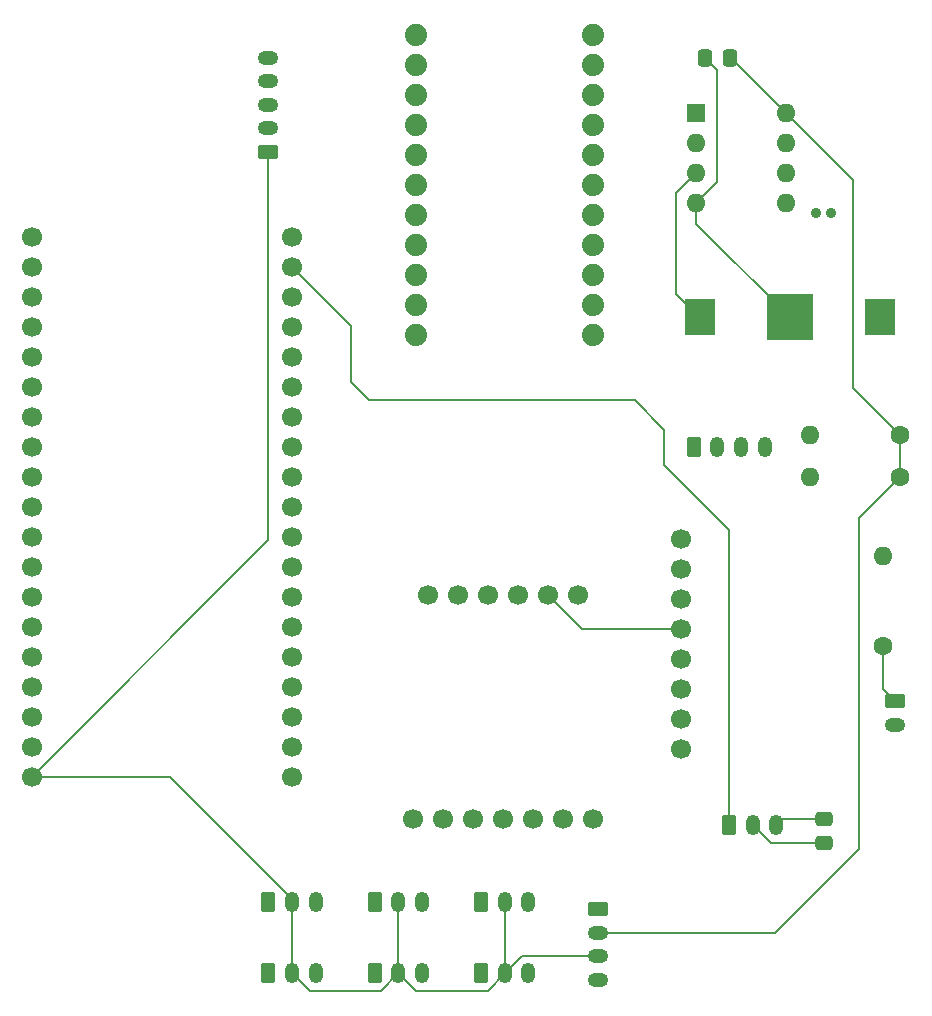
<source format=gbr>
%TF.GenerationSoftware,KiCad,Pcbnew,8.0.5*%
%TF.CreationDate,2025-03-06T00:48:24-05:00*%
%TF.ProjectId,CanSat_Sensor_Board,43616e53-6174-45f5-9365-6e736f725f42,rev?*%
%TF.SameCoordinates,Original*%
%TF.FileFunction,Copper,L1,Top*%
%TF.FilePolarity,Positive*%
%FSLAX46Y46*%
G04 Gerber Fmt 4.6, Leading zero omitted, Abs format (unit mm)*
G04 Created by KiCad (PCBNEW 8.0.5) date 2025-03-06 00:48:24*
%MOMM*%
%LPD*%
G01*
G04 APERTURE LIST*
G04 Aperture macros list*
%AMRoundRect*
0 Rectangle with rounded corners*
0 $1 Rounding radius*
0 $2 $3 $4 $5 $6 $7 $8 $9 X,Y pos of 4 corners*
0 Add a 4 corners polygon primitive as box body*
4,1,4,$2,$3,$4,$5,$6,$7,$8,$9,$2,$3,0*
0 Add four circle primitives for the rounded corners*
1,1,$1+$1,$2,$3*
1,1,$1+$1,$4,$5*
1,1,$1+$1,$6,$7*
1,1,$1+$1,$8,$9*
0 Add four rect primitives between the rounded corners*
20,1,$1+$1,$2,$3,$4,$5,0*
20,1,$1+$1,$4,$5,$6,$7,0*
20,1,$1+$1,$6,$7,$8,$9,0*
20,1,$1+$1,$8,$9,$2,$3,0*%
G04 Aperture macros list end*
%TA.AperFunction,ComponentPad*%
%ADD10C,1.600000*%
%TD*%
%TA.AperFunction,ComponentPad*%
%ADD11O,1.600000X1.600000*%
%TD*%
%TA.AperFunction,ComponentPad*%
%ADD12RoundRect,0.250000X-0.350000X-0.625000X0.350000X-0.625000X0.350000X0.625000X-0.350000X0.625000X0*%
%TD*%
%TA.AperFunction,ComponentPad*%
%ADD13O,1.200000X1.750000*%
%TD*%
%TA.AperFunction,ComponentPad*%
%ADD14C,1.879600*%
%TD*%
%TA.AperFunction,ComponentPad*%
%ADD15C,0.910000*%
%TD*%
%TA.AperFunction,ComponentPad*%
%ADD16C,1.700000*%
%TD*%
%TA.AperFunction,SMDPad,CuDef*%
%ADD17RoundRect,0.250000X-0.475000X0.337500X-0.475000X-0.337500X0.475000X-0.337500X0.475000X0.337500X0*%
%TD*%
%TA.AperFunction,SMDPad,CuDef*%
%ADD18R,3.960000X3.960000*%
%TD*%
%TA.AperFunction,SMDPad,CuDef*%
%ADD19R,2.540000X3.170000*%
%TD*%
%TA.AperFunction,ComponentPad*%
%ADD20RoundRect,0.250000X0.625000X-0.350000X0.625000X0.350000X-0.625000X0.350000X-0.625000X-0.350000X0*%
%TD*%
%TA.AperFunction,ComponentPad*%
%ADD21O,1.750000X1.200000*%
%TD*%
%TA.AperFunction,SMDPad,CuDef*%
%ADD22RoundRect,0.250000X-0.337500X-0.475000X0.337500X-0.475000X0.337500X0.475000X-0.337500X0.475000X0*%
%TD*%
%TA.AperFunction,ComponentPad*%
%ADD23RoundRect,0.250000X-0.625000X0.350000X-0.625000X-0.350000X0.625000X-0.350000X0.625000X0.350000X0*%
%TD*%
%TA.AperFunction,ComponentPad*%
%ADD24R,1.600000X1.600000*%
%TD*%
%TA.AperFunction,Conductor*%
%ADD25C,0.200000*%
%TD*%
G04 APERTURE END LIST*
D10*
%TO.P,2.2k\u03A9R1,1*%
%TO.N,+5V*%
X187000000Y-97000000D03*
D11*
%TO.P,2.2k\u03A9R1,2*%
%TO.N,Net-(DS1307+1-SDA)*%
X179380000Y-97000000D03*
%TD*%
D12*
%TO.P,CPL1,1,Pin_1*%
%TO.N,GND*%
X133500000Y-139000000D03*
D13*
%TO.P,CPL1,2,Pin_2*%
%TO.N,+7.4V*%
X135500000Y-139000000D03*
%TO.P,CPL1,3,Pin_3*%
%TO.N,Net-(CPL1-Pin_3)*%
X137500000Y-139000000D03*
%TD*%
D14*
%TO.P,XBeeProSB3,JP5_1,GND*%
%TO.N,GND*%
X146014000Y-85000000D03*
%TO.P,XBeeProSB3,JP5_2,DTR*%
%TO.N,unconnected-(XBeeProSB3-DTR-PadJP5_2)*%
X146014000Y-82460000D03*
%TO.P,XBeeProSB3,JP5_3,RES1*%
%TO.N,unconnected-(XBeeProSB3-RES1-PadJP5_3)*%
X146014000Y-79920000D03*
%TO.P,XBeeProSB3,JP5_4,DIO11*%
%TO.N,unconnected-(XBeeProSB3-DIO11-PadJP5_4)*%
X146014000Y-77380000D03*
%TO.P,XBeeProSB3,JP5_5,RSSI*%
%TO.N,unconnected-(XBeeProSB3-RSSI-PadJP5_5)*%
X146014000Y-74840000D03*
%TO.P,XBeeProSB3,JP5_6,RESET*%
%TO.N,unconnected-(XBeeProSB3-RESET-PadJP5_6)*%
X146014000Y-72300000D03*
%TO.P,XBeeProSB3,JP5_7,DIO12*%
%TO.N,unconnected-(XBeeProSB3-DIO12-PadJP5_7)*%
X146014000Y-69760000D03*
%TO.P,XBeeProSB3,JP5_8,DIN*%
%TO.N,Net-(ESP32-IO17)*%
X146014000Y-67220000D03*
%TO.P,XBeeProSB3,JP5_9,DOUT*%
%TO.N,Net-(ESP32-IO16)*%
X146014000Y-64680000D03*
%TO.P,XBeeProSB3,JP5_10,3.3V*%
%TO.N,+3.3V*%
X146014000Y-62140000D03*
%TO.P,XBeeProSB3,JP5_11,GND*%
%TO.N,GND*%
X146014000Y-59600000D03*
%TO.P,XBeeProSB3,JP6_1,DIO0*%
%TO.N,unconnected-(XBeeProSB3-DIO0-PadJP6_1)*%
X161000000Y-59600000D03*
%TO.P,XBeeProSB3,JP6_2,DIO1*%
%TO.N,unconnected-(XBeeProSB3-DIO1-PadJP6_2)*%
X161000000Y-62140000D03*
%TO.P,XBeeProSB3,JP6_3,DIO2*%
%TO.N,unconnected-(XBeeProSB3-DIO2-PadJP6_3)*%
X161000000Y-64680000D03*
%TO.P,XBeeProSB3,JP6_4,DIO3*%
%TO.N,unconnected-(XBeeProSB3-DIO3-PadJP6_4)*%
X161000000Y-67220000D03*
%TO.P,XBeeProSB3,JP6_5,RTS*%
%TO.N,unconnected-(XBeeProSB3-RTS-PadJP6_5)*%
X161000000Y-69760000D03*
%TO.P,XBeeProSB3,JP6_6,DIO5*%
%TO.N,unconnected-(XBeeProSB3-DIO5-PadJP6_6)*%
X161000000Y-72300000D03*
%TO.P,XBeeProSB3,JP6_7,RES2*%
%TO.N,unconnected-(XBeeProSB3-RES2-PadJP6_7)*%
X161000000Y-74840000D03*
%TO.P,XBeeProSB3,JP6_8,DIO9*%
%TO.N,unconnected-(XBeeProSB3-DIO9-PadJP6_8)*%
X161000000Y-77380000D03*
%TO.P,XBeeProSB3,JP6_9,CTS*%
%TO.N,unconnected-(XBeeProSB3-CTS-PadJP6_9)*%
X161000000Y-79920000D03*
%TO.P,XBeeProSB3,JP6_10,DIO4*%
%TO.N,unconnected-(XBeeProSB3-DIO4-PadJP6_10)*%
X161000000Y-82460000D03*
%TO.P,XBeeProSB3,JP6_11,5V*%
%TO.N,unconnected-(XBeeProSB3-5V-PadJP6_11)*%
X161000000Y-85000000D03*
%TD*%
D15*
%TO.P,32.768KHzY1,1*%
%TO.N,Net-(DS1307+1-X1)*%
X181135000Y-74672500D03*
%TO.P,32.768KHzY1,2*%
%TO.N,Net-(DS1307+1-X2)*%
X179865000Y-74672500D03*
%TD*%
D16*
%TO.P,Temp&Pressure1,1,Pin_1*%
%TO.N,+3.3V*%
X145760000Y-126000000D03*
%TO.P,Temp&Pressure1,2,Pin_2*%
%TO.N,unconnected-(Temp&Pressure1-Pin_2-Pad2)*%
X148300000Y-126000000D03*
%TO.P,Temp&Pressure1,3,Pin_3*%
%TO.N,GND*%
X150840000Y-126000000D03*
%TO.P,Temp&Pressure1,4,Pin_4*%
%TO.N,Net-(DS1307+1-SCL)*%
X153380000Y-126000000D03*
%TO.P,Temp&Pressure1,5,Pin_5*%
%TO.N,unconnected-(Temp&Pressure1-Pin_5-Pad5)*%
X155920000Y-126000000D03*
%TO.P,Temp&Pressure1,6,Pin_6*%
%TO.N,Net-(DS1307+1-SDA)*%
X158460000Y-126000000D03*
%TO.P,Temp&Pressure1,7,Pin_7*%
%TO.N,unconnected-(Temp&Pressure1-Pin_7-Pad7)*%
X161000000Y-126000000D03*
%TD*%
D12*
%TO.P,Camera1,1,Pin_1*%
%TO.N,GND*%
X133500000Y-133000000D03*
D13*
%TO.P,Camera1,2,Pin_2*%
%TO.N,+7.4V*%
X135500000Y-133000000D03*
%TO.P,Camera1,3,Pin_3*%
%TO.N,Net-(Camera1-Pin_3)*%
X137500000Y-133000000D03*
%TD*%
D17*
%TO.P,0.1uF1,1*%
%TO.N,+3.3V*%
X180500000Y-125962500D03*
%TO.P,0.1uF1,2*%
%TO.N,GND*%
X180500000Y-128037500D03*
%TD*%
D12*
%TO.P,GPS1,1,Pin_1*%
%TO.N,GND*%
X169500000Y-94500000D03*
D13*
%TO.P,GPS1,2,Pin_2*%
%TO.N,Net-(ESP32-RXD0)*%
X171500000Y-94500000D03*
%TO.P,GPS1,3,Pin_3*%
%TO.N,Net-(ESP32-TXD0)*%
X173500000Y-94500000D03*
%TO.P,GPS1,4,Pin_4*%
%TO.N,+3.3V*%
X175500000Y-94500000D03*
%TD*%
D12*
%TO.P,CPL3,1,Pin_1*%
%TO.N,GND*%
X151500000Y-139050000D03*
D13*
%TO.P,CPL3,2,Pin_2*%
%TO.N,+7.4V*%
X153500000Y-139050000D03*
%TO.P,CPL3,3,Pin_3*%
%TO.N,Net-(CPL3-Pin_3)*%
X155500000Y-139050000D03*
%TD*%
D18*
%TO.P,Battery1,N*%
%TO.N,GND*%
X177620000Y-83500000D03*
D19*
%TO.P,Battery1,P1*%
%TO.N,unconnected-(Battery1-PadP1)*%
X185240000Y-83500000D03*
%TO.P,Battery1,P2*%
%TO.N,Net-(DS1307+1-VBAT)*%
X170000000Y-83500000D03*
%TD*%
D20*
%TO.P,Cameras1&2,1,Pin_1*%
%TO.N,+7.4V*%
X133500000Y-69500000D03*
D21*
%TO.P,Cameras1&2,2,Pin_2*%
%TO.N,Net-(Cameras1&2-Pin_2)*%
X133500000Y-67500000D03*
%TO.P,Cameras1&2,3,Pin_3*%
%TO.N,Net-(Cameras1&2-Pin_3)*%
X133500000Y-65500000D03*
%TO.P,Cameras1&2,4,Pin_4*%
%TO.N,Net-(Cameras1&2-Pin_4)*%
X133500000Y-63500000D03*
%TO.P,Cameras1&2,5,Pin_5*%
%TO.N,GND*%
X133500000Y-61500000D03*
%TD*%
D10*
%TO.P,2.2k\u03A9R2,1*%
%TO.N,+5V*%
X187000000Y-93500000D03*
D11*
%TO.P,2.2k\u03A9R2,2*%
%TO.N,Net-(DS1307+1-SCL)*%
X179380000Y-93500000D03*
%TD*%
D12*
%TO.P,CPL2,1,Pin_1*%
%TO.N,GND*%
X142500000Y-139050000D03*
D13*
%TO.P,CPL2,2,Pin_2*%
%TO.N,+7.4V*%
X144500000Y-139050000D03*
%TO.P,CPL2,3,Pin_3*%
%TO.N,Net-(CPL2-Pin_3)*%
X146500000Y-139050000D03*
%TD*%
D10*
%TO.P,100\u03A9R1,1*%
%TO.N,Net-(PowerIndicator1-Pin_1)*%
X185500000Y-111310000D03*
D11*
%TO.P,100\u03A9R1,2*%
%TO.N,+3.3V*%
X185500000Y-103690000D03*
%TD*%
D12*
%TO.P,HallEffectSensor1,1,Pin_1*%
%TO.N,Net-(ESP32-IO23)*%
X172500000Y-126500000D03*
D13*
%TO.P,HallEffectSensor1,2,Pin_2*%
%TO.N,GND*%
X174500000Y-126500000D03*
%TO.P,HallEffectSensor1,3,Pin_3*%
%TO.N,+3.3V*%
X176500000Y-126500000D03*
%TD*%
D22*
%TO.P,0.1uF2,1*%
%TO.N,GND*%
X170462500Y-61500000D03*
%TO.P,0.1uF2,2*%
%TO.N,+5V*%
X172537500Y-61500000D03*
%TD*%
D12*
%TO.P,Fin1,1,Pin_1*%
%TO.N,GND*%
X142500000Y-133000000D03*
D13*
%TO.P,Fin1,2,Pin_2*%
%TO.N,+7.4V*%
X144500000Y-133000000D03*
%TO.P,Fin1,3,Pin_3*%
%TO.N,Net-(ESP32-IO15)*%
X146500000Y-133000000D03*
%TD*%
D23*
%TO.P,PowerIndicator1,1,Pin_1*%
%TO.N,Net-(PowerIndicator1-Pin_1)*%
X186550000Y-116000000D03*
D21*
%TO.P,PowerIndicator1,2,Pin_2*%
%TO.N,GND*%
X186550000Y-118000000D03*
%TD*%
D23*
%TO.P,Power1,1,Pin_1*%
%TO.N,+3.3V*%
X161400000Y-133600000D03*
D21*
%TO.P,Power1,2,Pin_2*%
%TO.N,+5V*%
X161400000Y-135600000D03*
%TO.P,Power1,3,Pin_3*%
%TO.N,+7.4V*%
X161400000Y-137600000D03*
%TO.P,Power1,4,Pin_4*%
%TO.N,GND*%
X161400000Y-139600000D03*
%TD*%
D24*
%TO.P,DS1307+1,1,X1*%
%TO.N,Net-(DS1307+1-X1)*%
X169700000Y-66200000D03*
D11*
%TO.P,DS1307+1,2,X2*%
%TO.N,Net-(DS1307+1-X2)*%
X169700000Y-68740000D03*
%TO.P,DS1307+1,3,VBAT*%
%TO.N,Net-(DS1307+1-VBAT)*%
X169700000Y-71280000D03*
%TO.P,DS1307+1,4,GND*%
%TO.N,GND*%
X169700000Y-73820000D03*
%TO.P,DS1307+1,5,SDA*%
%TO.N,Net-(DS1307+1-SDA)*%
X177320000Y-73820000D03*
%TO.P,DS1307+1,6,SCL*%
%TO.N,Net-(DS1307+1-SCL)*%
X177320000Y-71280000D03*
%TO.P,DS1307+1,7,SQW/OUT*%
%TO.N,unconnected-(DS1307+1-SQW{slash}OUT-Pad7)*%
X177320000Y-68740000D03*
%TO.P,DS1307+1,8,VCC*%
%TO.N,+5V*%
X177320000Y-66200000D03*
%TD*%
D12*
%TO.P,Fin2,1,Pin_1*%
%TO.N,GND*%
X151500000Y-133000000D03*
D13*
%TO.P,Fin2,2,Pin_2*%
%TO.N,+7.4V*%
X153500000Y-133000000D03*
%TO.P,Fin2,3,Pin_3*%
%TO.N,Net-(ESP32-IO4)*%
X155500000Y-133000000D03*
%TD*%
D16*
%TO.P,ESP32,J2-1,3V3*%
%TO.N,unconnected-(ESP32-3V3-PadJ2-1)*%
X113500000Y-76670000D03*
%TO.P,ESP32,J2-2,EN*%
%TO.N,unconnected-(ESP32-EN-PadJ2-2)*%
X113500000Y-79210000D03*
%TO.P,ESP32,J2-3,SENSOR_VP*%
%TO.N,unconnected-(ESP32-SENSOR_VP-PadJ2-3)*%
X113500000Y-81750000D03*
%TO.P,ESP32,J2-4,SENSOR_VN*%
%TO.N,unconnected-(ESP32-SENSOR_VN-PadJ2-4)*%
X113500000Y-84290000D03*
%TO.P,ESP32,J2-5,IO34*%
%TO.N,unconnected-(ESP32-IO34-PadJ2-5)*%
X113500000Y-86830000D03*
%TO.P,ESP32,J2-6,IO35*%
%TO.N,Net-(Cameras1&2-Pin_4)*%
X113500000Y-89370000D03*
%TO.P,ESP32,J2-7,IO32*%
%TO.N,Net-(Cameras1&2-Pin_2)*%
X113500000Y-91910000D03*
%TO.P,ESP32,J2-8,IO33*%
%TO.N,Net-(Cameras1&2-Pin_3)*%
X113500000Y-94450000D03*
%TO.P,ESP32,J2-9,IO25*%
%TO.N,unconnected-(ESP32-IO25-PadJ2-9)*%
X113500000Y-96990000D03*
%TO.P,ESP32,J2-10,IO26*%
%TO.N,unconnected-(ESP32-IO26-PadJ2-10)*%
X113500000Y-99530000D03*
%TO.P,ESP32,J2-11,IO27*%
%TO.N,Net-(Camera1-Pin_3)*%
X113500000Y-102070000D03*
%TO.P,ESP32,J2-12,IO14*%
%TO.N,Net-(CPL1-Pin_3)*%
X113500000Y-104610000D03*
%TO.P,ESP32,J2-13,IO12*%
%TO.N,Net-(CPL2-Pin_3)*%
X113500000Y-107150000D03*
%TO.P,ESP32,J2-14,GND1*%
%TO.N,GND*%
X113500000Y-109690000D03*
%TO.P,ESP32,J2-15,IO13*%
%TO.N,Net-(CPL3-Pin_3)*%
X113500000Y-112230000D03*
%TO.P,ESP32,J2-16,SD2*%
%TO.N,unconnected-(ESP32-SD2-PadJ2-16)*%
X113500000Y-114770000D03*
%TO.P,ESP32,J2-17,SD3*%
%TO.N,unconnected-(ESP32-SD3-PadJ2-17)*%
X113500000Y-117310000D03*
%TO.P,ESP32,J2-18,CMD*%
%TO.N,unconnected-(ESP32-CMD-PadJ2-18)*%
X113500000Y-119850000D03*
%TO.P,ESP32,J2-19,EXT_5V*%
%TO.N,+7.4V*%
X113500000Y-122390000D03*
%TO.P,ESP32,J3-1,GND3*%
%TO.N,GND*%
X135500000Y-76670000D03*
%TO.P,ESP32,J3-2,IO23*%
%TO.N,Net-(ESP32-IO23)*%
X135500000Y-79210000D03*
%TO.P,ESP32,J3-3,IO22*%
%TO.N,Net-(DS1307+1-SCL)*%
X135500000Y-81750000D03*
%TO.P,ESP32,J3-4,TXD0*%
%TO.N,Net-(ESP32-TXD0)*%
X135500000Y-84290000D03*
%TO.P,ESP32,J3-5,RXD0*%
%TO.N,Net-(ESP32-RXD0)*%
X135500000Y-86830000D03*
%TO.P,ESP32,J3-6,IO21*%
%TO.N,Net-(DS1307+1-SDA)*%
X135500000Y-89370000D03*
%TO.P,ESP32,J3-7,GND2*%
%TO.N,GND*%
X135500000Y-91910000D03*
%TO.P,ESP32,J3-8,IO19*%
%TO.N,unconnected-(ESP32-IO19-PadJ3-8)*%
X135500000Y-94450000D03*
%TO.P,ESP32,J3-9,IO18*%
%TO.N,unconnected-(ESP32-IO18-PadJ3-9)*%
X135500000Y-96990000D03*
%TO.P,ESP32,J3-10,IO5*%
%TO.N,unconnected-(ESP32-IO5-PadJ3-10)*%
X135500000Y-99530000D03*
%TO.P,ESP32,J3-11,IO17*%
%TO.N,Net-(ESP32-IO17)*%
X135500000Y-102070000D03*
%TO.P,ESP32,J3-12,IO16*%
%TO.N,Net-(ESP32-IO16)*%
X135500000Y-104610000D03*
%TO.P,ESP32,J3-13,IO4*%
%TO.N,Net-(ESP32-IO4)*%
X135500000Y-107150000D03*
%TO.P,ESP32,J3-14,IO0*%
%TO.N,unconnected-(ESP32-IO0-PadJ3-14)*%
X135500000Y-109690000D03*
%TO.P,ESP32,J3-15,IO2*%
%TO.N,unconnected-(ESP32-IO2-PadJ3-15)*%
X135500000Y-112230000D03*
%TO.P,ESP32,J3-16,IO15*%
%TO.N,Net-(ESP32-IO15)*%
X135500000Y-114770000D03*
%TO.P,ESP32,J3-17,SD1*%
%TO.N,unconnected-(ESP32-SD1-PadJ3-17)*%
X135500000Y-117310000D03*
%TO.P,ESP32,J3-18,SD0*%
%TO.N,unconnected-(ESP32-SD0-PadJ3-18)*%
X135500000Y-119850000D03*
%TO.P,ESP32,J3-19,CLK*%
%TO.N,unconnected-(ESP32-CLK-PadJ3-19)*%
X135500000Y-122390000D03*
%TD*%
%TO.P,Magnetometer1,1,Pin_1*%
%TO.N,+3.3V*%
X147000000Y-107000000D03*
%TO.P,Magnetometer1,2,Pin_2*%
%TO.N,unconnected-(Magnetometer1-Pin_2-Pad2)*%
X149540000Y-107000000D03*
%TO.P,Magnetometer1,3,Pin_3*%
%TO.N,GND*%
X152080000Y-107000000D03*
%TO.P,Magnetometer1,4,Pin_4*%
%TO.N,Net-(DS1307+1-SCL)*%
X154620000Y-107000000D03*
%TO.P,Magnetometer1,5,Pin_5*%
%TO.N,Net-(DS1307+1-SDA)*%
X157160000Y-107000000D03*
%TO.P,Magnetometer1,6,Pin_6*%
%TO.N,unconnected-(Magnetometer1-Pin_6-Pad6)*%
X159700000Y-107000000D03*
%TD*%
%TO.P,IMU1,8,Pin_8*%
%TO.N,unconnected-(IMU1-Pin_8-Pad8)*%
X168445000Y-120065000D03*
%TO.P,IMU1,7,Pin_7*%
%TO.N,unconnected-(IMU1-Pin_7-Pad7)*%
X168445000Y-117525000D03*
%TO.P,IMU1,6,Pin_6*%
%TO.N,unconnected-(IMU1-Pin_6-Pad6)*%
X168445000Y-114985000D03*
%TO.P,IMU1,5,Pin_5*%
%TO.N,unconnected-(IMU1-Pin_5-Pad5)*%
X168445000Y-112445000D03*
%TO.P,IMU1,4,Pin_4*%
%TO.N,Net-(DS1307+1-SDA)*%
X168445000Y-109905000D03*
%TO.P,IMU1,3,Pin_3*%
%TO.N,Net-(DS1307+1-SCL)*%
X168445000Y-107365000D03*
%TO.P,IMU1,2,Pin_2*%
%TO.N,GND*%
X168445000Y-104825000D03*
%TO.P,IMU1,1,Pin_1*%
%TO.N,+3.3V*%
X168445000Y-102285000D03*
%TD*%
D25*
%TO.N,+7.4V*%
X144500000Y-139050000D02*
X143050000Y-140500000D01*
X143050000Y-140500000D02*
X137000000Y-140500000D01*
X137000000Y-140500000D02*
X135500000Y-139000000D01*
X153500000Y-139050000D02*
X152050000Y-140500000D01*
X152050000Y-140500000D02*
X145950000Y-140500000D01*
X145950000Y-140500000D02*
X144500000Y-139050000D01*
X154775000Y-137775000D02*
X153500000Y-139050000D01*
X154950000Y-137600000D02*
X154775000Y-137775000D01*
X161400000Y-137600000D02*
X154950000Y-137600000D01*
X133500000Y-69500000D02*
X133500000Y-102390000D01*
X133500000Y-102390000D02*
X113500000Y-122390000D01*
%TO.N,GND*%
X170462500Y-61500000D02*
X171500000Y-62537500D01*
X171500000Y-62537500D02*
X171500000Y-72020000D01*
X171500000Y-72020000D02*
X169700000Y-73820000D01*
%TO.N,Net-(DS1307+1-SDA)*%
X168445000Y-109905000D02*
X160065000Y-109905000D01*
X160065000Y-109905000D02*
X157160000Y-107000000D01*
%TO.N,+5V*%
X187000000Y-93500000D02*
X183000000Y-89500000D01*
X183000000Y-89500000D02*
X183000000Y-71880000D01*
X183000000Y-71880000D02*
X177320000Y-66200000D01*
X187000000Y-97000000D02*
X187000000Y-93500000D01*
X183500000Y-100500000D02*
X187000000Y-97000000D01*
X161400000Y-135600000D02*
X176400000Y-135600000D01*
X176400000Y-135600000D02*
X183500000Y-128500000D01*
X183500000Y-128500000D02*
X183500000Y-100500000D01*
%TO.N,Net-(ESP32-IO23)*%
X172500000Y-126500000D02*
X172500000Y-101500000D01*
X164500000Y-90500000D02*
X142000000Y-90500000D01*
X172500000Y-101500000D02*
X167000000Y-96000000D01*
X167000000Y-96000000D02*
X167000000Y-93000000D01*
X167000000Y-93000000D02*
X164500000Y-90500000D01*
X142000000Y-90500000D02*
X140500000Y-89000000D01*
X140500000Y-84210000D02*
X135500000Y-79210000D01*
X140500000Y-89000000D02*
X140500000Y-84210000D01*
%TO.N,Net-(DS1307+1-VBAT)*%
X170000000Y-83500000D02*
X168000000Y-81500000D01*
X168000000Y-81500000D02*
X168000000Y-72980000D01*
X168000000Y-72980000D02*
X169700000Y-71280000D01*
%TO.N,GND*%
X177620000Y-83500000D02*
X169700000Y-75580000D01*
X169700000Y-75580000D02*
X169700000Y-73820000D01*
%TO.N,+5V*%
X172537500Y-61500000D02*
X172620000Y-61500000D01*
X172620000Y-61500000D02*
X177320000Y-66200000D01*
%TO.N,+3.3V*%
X180500000Y-125962500D02*
X177037500Y-125962500D01*
X177037500Y-125962500D02*
X176500000Y-126500000D01*
%TO.N,GND*%
X176037500Y-128037500D02*
X180500000Y-128037500D01*
X174500000Y-126500000D02*
X176037500Y-128037500D01*
%TO.N,+7.4V*%
X135500000Y-133000000D02*
X135500000Y-139000000D01*
X144500000Y-133050000D02*
X144500000Y-139000000D01*
X153500000Y-133050000D02*
X153500000Y-139000000D01*
%TO.N,Net-(PowerIndicator1-Pin_1)*%
X185500000Y-114950000D02*
X185500000Y-111310000D01*
X186550000Y-116000000D02*
X185500000Y-114950000D01*
%TO.N,+5V*%
X172537500Y-61000000D02*
X172620000Y-61000000D01*
%TO.N,+7.4V*%
X113500000Y-122390000D02*
X125165000Y-122390000D01*
X125165000Y-122390000D02*
X135500000Y-132725000D01*
X135500000Y-132725000D02*
X135500000Y-133000000D01*
%TD*%
M02*

</source>
